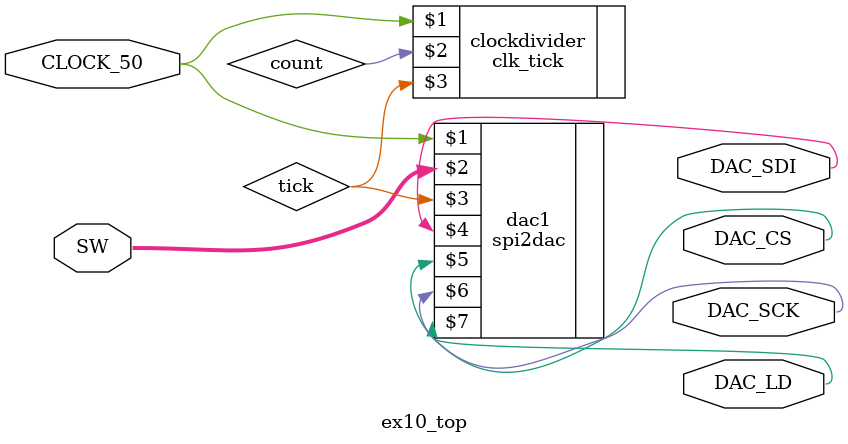
<source format=v>
module ex10_top (
SW,
CLOCK_50,
DAC_CS,
DAC_SDI,
DAC_LD,
DAC_SCK
);	
	input CLOCK_50;
	input [9:0] SW;
	output DAC_CS, DAC_SDI,DAC_LD, DAC_SCK;
	wire	tick;
	
	
	clk_tick		clockdivider(CLOCK_50, count, tick);
	spi2dac 		dac1(CLOCK_50, SW, tick, DAC_SDI,DAC_CS,DAC_SCK,DAC_LD);

	endmodule 
</source>
